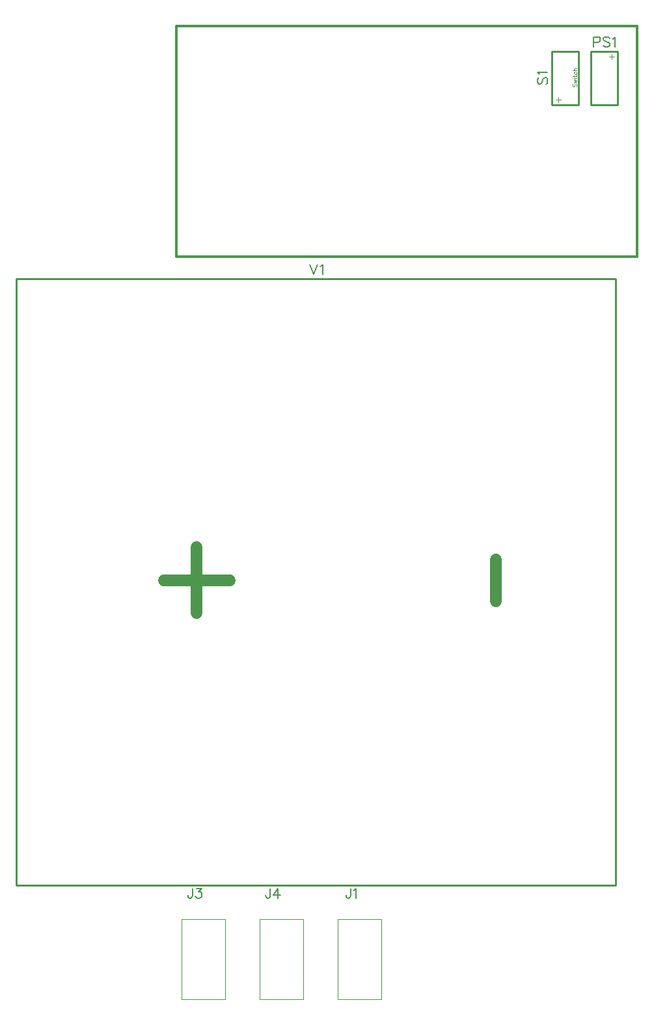
<source format=gbr>
G04 DipTrace 3.0.0.2*
G04 TopSilk.gbr*
%MOIN*%
G04 #@! TF.FileFunction,Legend,Top*
G04 #@! TF.Part,Single*
%ADD10C,0.009843*%
%ADD16C,0.01378*%
%ADD20C,0.003937*%
%ADD67C,0.00772*%
%ADD71C,0.004632*%
%ADD72C,0.003088*%
%ADD73C,0.060213*%
%FSLAX26Y26*%
G04*
G70*
G90*
G75*
G01*
G04 TopSilk*
%LPD*%
X2283173Y586132D2*
D20*
X2506402D1*
Y995164D1*
X2283173D1*
Y586132D1*
X1483173D2*
X1706402D1*
Y995164D1*
X1483173D1*
Y586132D1*
X1883173D2*
X2106402D1*
Y995164D1*
X1883173D1*
Y586132D1*
X3718910Y5437345D2*
D10*
X3581410D1*
Y5162345D1*
X3718910D1*
Y5437345D1*
X3381410Y5162385D2*
X3518910D1*
Y5437385D1*
X3381410D1*
Y5162385D1*
X3708961Y1169492D2*
X638882D1*
Y4273429D1*
X3708961D1*
Y1169492D1*
X1456638Y5567031D2*
D16*
X3818488D1*
Y4385929D1*
X1456638D1*
Y5567031D1*
X2350616Y1153837D2*
D67*
Y1115591D1*
X2348239Y1108406D1*
X2345807Y1106029D1*
X2341054Y1103597D1*
X2336246D1*
X2331492Y1106029D1*
X2329116Y1108406D1*
X2326684Y1115591D1*
Y1120344D1*
X2366055Y1144220D2*
X2370863Y1146652D1*
X2378048Y1153782D1*
Y1103597D1*
X1539866Y1153837D2*
Y1115591D1*
X1537489Y1108406D1*
X1535057Y1106029D1*
X1530304Y1103597D1*
X1525496D1*
X1520742Y1106029D1*
X1518366Y1108406D1*
X1515934Y1115591D1*
Y1120344D1*
X1560113Y1153782D2*
X1586366D1*
X1572052Y1134659D1*
X1579237D1*
X1583990Y1132282D1*
X1586366Y1129906D1*
X1588798Y1122721D1*
Y1117967D1*
X1586366Y1110782D1*
X1581613Y1105974D1*
X1574428Y1103597D1*
X1567243D1*
X1560113Y1105974D1*
X1557737Y1108406D1*
X1555305Y1113159D1*
X1938677Y1153837D2*
Y1115591D1*
X1936301Y1108406D1*
X1933869Y1106029D1*
X1929116Y1103597D1*
X1924307D1*
X1919554Y1106029D1*
X1917178Y1108406D1*
X1914746Y1115591D1*
Y1120344D1*
X1978048Y1103597D2*
Y1153782D1*
X1954117Y1120344D1*
X1989987D1*
X3595231Y5484260D2*
X3616786D1*
X3623916Y5486637D1*
X3626348Y5489068D1*
X3628724Y5493822D1*
Y5501007D1*
X3626348Y5505760D1*
X3623916Y5508192D1*
X3616786Y5510568D1*
X3595231D1*
Y5460328D1*
X3677657Y5503383D2*
X3672904Y5508192D1*
X3665718Y5510568D1*
X3656157D1*
X3648972Y5508192D1*
X3644163Y5503383D1*
Y5498630D1*
X3646595Y5493822D1*
X3648972Y5491445D1*
X3653725Y5489068D1*
X3668095Y5484260D1*
X3672904Y5481883D1*
X3675280Y5479451D1*
X3677657Y5474698D1*
Y5467513D1*
X3672904Y5462760D1*
X3665718Y5460328D1*
X3656157D1*
X3648972Y5462760D1*
X3644163Y5467513D1*
X3693096Y5500951D2*
X3697904Y5503383D1*
X3705089Y5510513D1*
Y5460328D1*
X3315372Y5302915D2*
X3310564Y5298162D1*
X3308187Y5290977D1*
Y5281415D1*
X3310564Y5274230D1*
X3315372Y5269422D1*
X3320125D1*
X3324934Y5271853D1*
X3327310Y5274230D1*
X3329687Y5278983D1*
X3334495Y5293353D1*
X3336872Y5298162D1*
X3339304Y5300538D1*
X3344057Y5302915D1*
X3351242D1*
X3355995Y5298162D1*
X3358427Y5290977D1*
Y5281415D1*
X3355995Y5274230D1*
X3351242Y5269422D1*
X3317804Y5318354D2*
X3315372Y5323163D1*
X3308242Y5330348D1*
X3358427D1*
X2141082Y4346652D2*
X2160205Y4296412D1*
X2179328Y4346652D1*
X2194767Y4337035D2*
X2199576Y4339467D1*
X2206761Y4346597D1*
Y4296412D1*
X3700307Y5409617D2*
D71*
X3674474D1*
X3687373Y5422517D2*
Y5396684D1*
X3400014Y5190113D2*
X3425847D1*
X3412947Y5177213D2*
Y5203046D1*
X3491071Y5271073D2*
D72*
X3489148Y5269172D1*
X3488197Y5266298D1*
Y5262473D1*
X3489148Y5259599D1*
X3491071Y5257676D1*
X3492973D1*
X3494896Y5258649D1*
X3495847Y5259599D1*
X3496797Y5261501D1*
X3498721Y5267249D1*
X3499671Y5269172D1*
X3500644Y5270123D1*
X3502545Y5271073D1*
X3505419D1*
X3507321Y5269172D1*
X3508293Y5266298D1*
Y5262473D1*
X3507321Y5259599D1*
X3505419Y5257676D1*
X3494896Y5277249D2*
X3508293Y5281074D1*
X3494896Y5284898D1*
X3508293Y5288723D1*
X3494896Y5292548D1*
X3488197Y5298723D2*
X3489148Y5299674D1*
X3488197Y5300647D1*
X3487225Y5299674D1*
X3488197Y5298723D1*
X3494896Y5299674D2*
X3508293D1*
X3488197Y5309696D2*
X3504469D1*
X3507321Y5310647D1*
X3508293Y5312570D1*
Y5314472D1*
X3494896Y5306822D2*
Y5313521D1*
X3497770Y5332143D2*
X3495847Y5330220D1*
X3494896Y5328297D1*
Y5325445D1*
X3495847Y5323521D1*
X3497770Y5321620D1*
X3500644Y5320647D1*
X3502545D1*
X3505419Y5321620D1*
X3507321Y5323521D1*
X3508293Y5325445D1*
Y5328297D1*
X3507321Y5330220D1*
X3505419Y5332143D1*
X3488197Y5338319D2*
X3508293D1*
X3498721D2*
X3495847Y5341193D1*
X3494896Y5343117D1*
Y5345991D1*
X3495847Y5347892D1*
X3498721Y5348842D1*
X3508293D1*
X1393457Y2730236D2*
D73*
X1729286D1*
X1561587Y2562538D2*
Y2898366D1*
X3093034Y2621512D2*
Y2837063D1*
M02*

</source>
